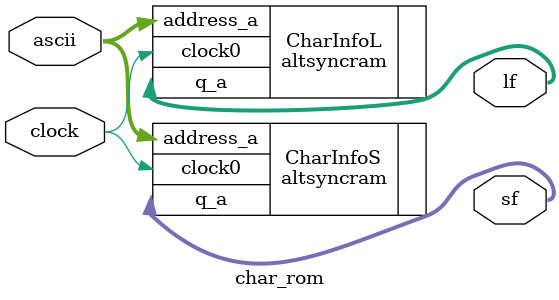
<source format=v>
 
module char_rom(input clock,
					 input [6:0] ascii,
					 output [255:0] lf,
					 output [63:0] sf);
	parameter CHAR_DATA_S = "char_data_s.mif";
	parameter CHAR_DATA_L = "char_data_l.mif";
	
	altsyncram	CharInfoS (
				.clock0 (clock),
				.address_a (ascii),
				.q_a (sf)	// data out
				);
	defparam
		CharInfoS.WIDTH_A = 64,
		// CharInfoS.INTENDED_DEVICE_FAMILY = "Cyclone V",
		CharInfoS.OPERATION_MODE = "ROM",
		CharInfoS.WIDTHAD_A = 7,
		CharInfoS.NUMWORDS_A = 128,
		CharInfoS.POWER_UP_UNINITIALIZED = "FALSE",
		CharInfoS.INIT_FILE = CHAR_DATA_S;	
	
		altsyncram	CharInfoL (
				.clock0 (clock),
				.address_a (ascii),
				.q_a (lf)	// data out
				);
	defparam
		CharInfoL.WIDTH_A = 256,
		// CharInfoL.INTENDED_DEVICE_FAMILY = "Cyclone V",
		CharInfoL.OPERATION_MODE = "ROM",
		CharInfoL.WIDTHAD_A = 7,
		CharInfoL.NUMWORDS_A = 128,
		CharInfoL.POWER_UP_UNINITIALIZED = "FALSE",
		CharInfoL.INIT_FILE = CHAR_DATA_L;	
	
endmodule

</source>
